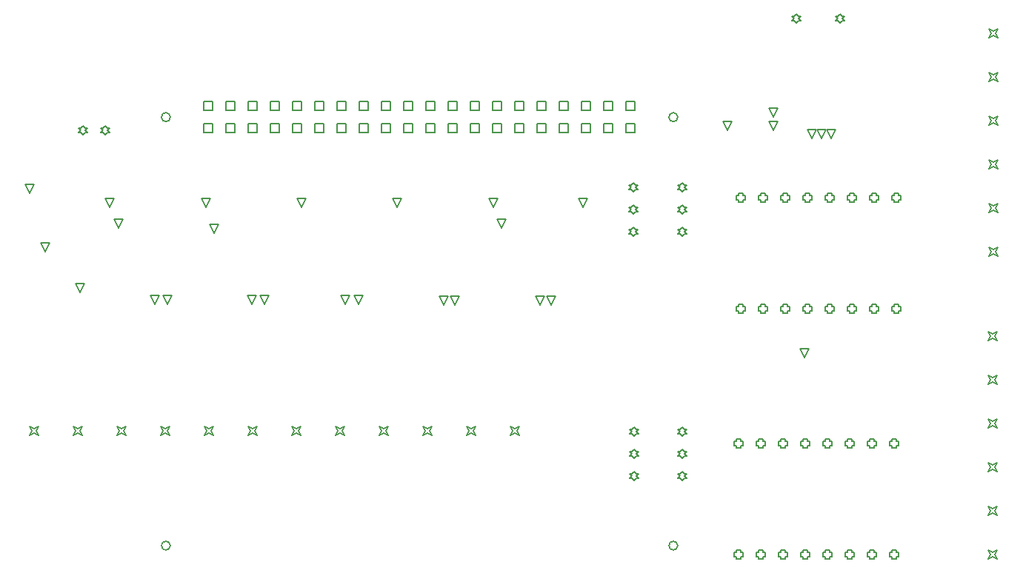
<source format=gbr>
G04*
G04 #@! TF.GenerationSoftware,Altium Limited,Altium Designer,24.0.1 (36)*
G04*
G04 Layer_Color=2752767*
%FSLAX25Y25*%
%MOIN*%
G70*
G04*
G04 #@! TF.SameCoordinates,EAEA65AB-E80B-4046-BB69-B77F90F57262*
G04*
G04*
G04 #@! TF.FilePolarity,Positive*
G04*
G01*
G75*
%ADD65C,0.00500*%
%ADD66C,0.00667*%
D65*
X47244Y206661D02*
X48244Y207661D01*
X49244D01*
X48244Y208661D01*
X49244Y209661D01*
X48244D01*
X47244Y210661D01*
X46244Y209661D01*
X45244D01*
X46244Y208661D01*
X45244Y207661D01*
X46244D01*
X47244Y206661D01*
X57244D02*
X58244Y207661D01*
X59244D01*
X58244Y208661D01*
X59244Y209661D01*
X58244D01*
X57244Y210661D01*
X56244Y209661D01*
X55244D01*
X56244Y208661D01*
X55244Y207661D01*
X56244D01*
X57244Y206661D01*
X454693Y114142D02*
X455693Y116142D01*
X454693Y118142D01*
X456693Y117142D01*
X458693Y118142D01*
X457693Y116142D01*
X458693Y114142D01*
X456693Y115142D01*
X454693Y114142D01*
Y94457D02*
X455693Y96457D01*
X454693Y98457D01*
X456693Y97457D01*
X458693Y98457D01*
X457693Y96457D01*
X458693Y94457D01*
X456693Y95457D01*
X454693Y94457D01*
Y74772D02*
X455693Y76772D01*
X454693Y78772D01*
X456693Y77772D01*
X458693Y78772D01*
X457693Y76772D01*
X458693Y74772D01*
X456693Y75772D01*
X454693Y74772D01*
Y55087D02*
X455693Y57087D01*
X454693Y59087D01*
X456693Y58087D01*
X458693Y59087D01*
X457693Y57087D01*
X458693Y55087D01*
X456693Y56087D01*
X454693Y55087D01*
Y35402D02*
X455693Y37402D01*
X454693Y39402D01*
X456693Y38402D01*
X458693Y39402D01*
X457693Y37402D01*
X458693Y35402D01*
X456693Y36402D01*
X454693Y35402D01*
Y15717D02*
X455693Y17717D01*
X454693Y19716D01*
X456693Y18717D01*
X458693Y19716D01*
X457693Y17717D01*
X458693Y15717D01*
X456693Y16716D01*
X454693Y15717D01*
X455087Y151937D02*
X456087Y153937D01*
X455087Y155937D01*
X457087Y154937D01*
X459087Y155937D01*
X458087Y153937D01*
X459087Y151937D01*
X457087Y152937D01*
X455087Y151937D01*
Y171622D02*
X456087Y173622D01*
X455087Y175622D01*
X457087Y174622D01*
X459087Y175622D01*
X458087Y173622D01*
X459087Y171622D01*
X457087Y172622D01*
X455087Y171622D01*
Y191307D02*
X456087Y193307D01*
X455087Y195307D01*
X457087Y194307D01*
X459087Y195307D01*
X458087Y193307D01*
X459087Y191307D01*
X457087Y192307D01*
X455087Y191307D01*
Y210992D02*
X456087Y212992D01*
X455087Y214992D01*
X457087Y213992D01*
X459087Y214992D01*
X458087Y212992D01*
X459087Y210992D01*
X457087Y211992D01*
X455087Y210992D01*
Y230677D02*
X456087Y232677D01*
X455087Y234677D01*
X457087Y233677D01*
X459087Y234677D01*
X458087Y232677D01*
X459087Y230677D01*
X457087Y231677D01*
X455087Y230677D01*
Y250362D02*
X456087Y252362D01*
X455087Y254362D01*
X457087Y253362D01*
X459087Y254362D01*
X458087Y252362D01*
X459087Y250362D01*
X457087Y251362D01*
X455087Y250362D01*
X341205Y16716D02*
Y15717D01*
X343205D01*
Y16716D01*
X344205D01*
Y18717D01*
X343205D01*
Y19716D01*
X341205D01*
Y18717D01*
X340205D01*
Y16716D01*
X341205D01*
X351205D02*
Y15717D01*
X353205D01*
Y16716D01*
X354205D01*
Y18717D01*
X353205D01*
Y19716D01*
X351205D01*
Y18717D01*
X350205D01*
Y16716D01*
X351205D01*
X361205D02*
Y15717D01*
X363205D01*
Y16716D01*
X364205D01*
Y18717D01*
X363205D01*
Y19716D01*
X361205D01*
Y18717D01*
X360205D01*
Y16716D01*
X361205D01*
X371205D02*
Y15717D01*
X373205D01*
Y16716D01*
X374205D01*
Y18717D01*
X373205D01*
Y19716D01*
X371205D01*
Y18717D01*
X370205D01*
Y16716D01*
X371205D01*
X381205D02*
Y15717D01*
X383205D01*
Y16716D01*
X384205D01*
Y18717D01*
X383205D01*
Y19716D01*
X381205D01*
Y18717D01*
X380205D01*
Y16716D01*
X381205D01*
X391205D02*
Y15717D01*
X393205D01*
Y16716D01*
X394205D01*
Y18717D01*
X393205D01*
Y19716D01*
X391205D01*
Y18717D01*
X390205D01*
Y16716D01*
X391205D01*
X401205D02*
Y15717D01*
X403205D01*
Y16716D01*
X404205D01*
Y18717D01*
X403205D01*
Y19716D01*
X401205D01*
Y18717D01*
X400205D01*
Y16716D01*
X401205D01*
X411205D02*
Y15717D01*
X413205D01*
Y16716D01*
X414205D01*
Y18717D01*
X413205D01*
Y19716D01*
X411205D01*
Y18717D01*
X410205D01*
Y16716D01*
X411205D01*
X341205Y66716D02*
Y65716D01*
X343205D01*
Y66716D01*
X344205D01*
Y68717D01*
X343205D01*
Y69717D01*
X341205D01*
Y68717D01*
X340205D01*
Y66716D01*
X341205D01*
X351205D02*
Y65716D01*
X353205D01*
Y66716D01*
X354205D01*
Y68717D01*
X353205D01*
Y69717D01*
X351205D01*
Y68717D01*
X350205D01*
Y66716D01*
X351205D01*
X361205D02*
Y65716D01*
X363205D01*
Y66716D01*
X364205D01*
Y68717D01*
X363205D01*
Y69717D01*
X361205D01*
Y68717D01*
X360205D01*
Y66716D01*
X361205D01*
X371205D02*
Y65716D01*
X373205D01*
Y66716D01*
X374205D01*
Y68717D01*
X373205D01*
Y69717D01*
X371205D01*
Y68717D01*
X370205D01*
Y66716D01*
X371205D01*
X381205D02*
Y65716D01*
X383205D01*
Y66716D01*
X384205D01*
Y68717D01*
X383205D01*
Y69717D01*
X381205D01*
Y68717D01*
X380205D01*
Y66716D01*
X381205D01*
X391205D02*
Y65716D01*
X393205D01*
Y66716D01*
X394205D01*
Y68717D01*
X393205D01*
Y69717D01*
X391205D01*
Y68717D01*
X390205D01*
Y66716D01*
X391205D01*
X401205D02*
Y65716D01*
X403205D01*
Y66716D01*
X404205D01*
Y68717D01*
X403205D01*
Y69717D01*
X401205D01*
Y68717D01*
X400205D01*
Y66716D01*
X401205D01*
X411205D02*
Y65716D01*
X413205D01*
Y66716D01*
X414205D01*
Y68717D01*
X413205D01*
Y69717D01*
X411205D01*
Y68717D01*
X410205D01*
Y66716D01*
X411205D01*
X412228Y177347D02*
Y176347D01*
X414228D01*
Y177347D01*
X415228D01*
Y179347D01*
X414228D01*
Y180347D01*
X412228D01*
Y179347D01*
X411228D01*
Y177347D01*
X412228D01*
X402228D02*
Y176347D01*
X404228D01*
Y177347D01*
X405228D01*
Y179347D01*
X404228D01*
Y180347D01*
X402228D01*
Y179347D01*
X401228D01*
Y177347D01*
X402228D01*
X392228D02*
Y176347D01*
X394228D01*
Y177347D01*
X395228D01*
Y179347D01*
X394228D01*
Y180347D01*
X392228D01*
Y179347D01*
X391228D01*
Y177347D01*
X392228D01*
X382228D02*
Y176347D01*
X384228D01*
Y177347D01*
X385228D01*
Y179347D01*
X384228D01*
Y180347D01*
X382228D01*
Y179347D01*
X381228D01*
Y177347D01*
X382228D01*
X372228D02*
Y176347D01*
X374228D01*
Y177347D01*
X375228D01*
Y179347D01*
X374228D01*
Y180347D01*
X372228D01*
Y179347D01*
X371228D01*
Y177347D01*
X372228D01*
X362228D02*
Y176347D01*
X364228D01*
Y177347D01*
X365228D01*
Y179347D01*
X364228D01*
Y180347D01*
X362228D01*
Y179347D01*
X361228D01*
Y177347D01*
X362228D01*
X352228D02*
Y176347D01*
X354228D01*
Y177347D01*
X355228D01*
Y179347D01*
X354228D01*
Y180347D01*
X352228D01*
Y179347D01*
X351228D01*
Y177347D01*
X352228D01*
X342228D02*
Y176347D01*
X344228D01*
Y177347D01*
X345228D01*
Y179347D01*
X344228D01*
Y180347D01*
X342228D01*
Y179347D01*
X341228D01*
Y177347D01*
X342228D01*
X412228Y127347D02*
Y126347D01*
X414228D01*
Y127347D01*
X415228D01*
Y129347D01*
X414228D01*
Y130347D01*
X412228D01*
Y129347D01*
X411228D01*
Y127347D01*
X412228D01*
X402228D02*
Y126347D01*
X404228D01*
Y127347D01*
X405228D01*
Y129347D01*
X404228D01*
Y130347D01*
X402228D01*
Y129347D01*
X401228D01*
Y127347D01*
X402228D01*
X392228D02*
Y126347D01*
X394228D01*
Y127347D01*
X395228D01*
Y129347D01*
X394228D01*
Y130347D01*
X392228D01*
Y129347D01*
X391228D01*
Y127347D01*
X392228D01*
X382228D02*
Y126347D01*
X384228D01*
Y127347D01*
X385228D01*
Y129347D01*
X384228D01*
Y130347D01*
X382228D01*
Y129347D01*
X381228D01*
Y127347D01*
X382228D01*
X372228D02*
Y126347D01*
X374228D01*
Y127347D01*
X375228D01*
Y129347D01*
X374228D01*
Y130347D01*
X372228D01*
Y129347D01*
X371228D01*
Y127347D01*
X372228D01*
X362228D02*
Y126347D01*
X364228D01*
Y127347D01*
X365228D01*
Y129347D01*
X364228D01*
Y130347D01*
X362228D01*
Y129347D01*
X361228D01*
Y127347D01*
X362228D01*
X352228D02*
Y126347D01*
X354228D01*
Y127347D01*
X355228D01*
Y129347D01*
X354228D01*
Y130347D01*
X352228D01*
Y129347D01*
X351228D01*
Y127347D01*
X352228D01*
X342228D02*
Y126347D01*
X344228D01*
Y127347D01*
X345228D01*
Y129347D01*
X344228D01*
Y130347D01*
X342228D01*
Y129347D01*
X341228D01*
Y127347D01*
X342228D01*
X23197Y71228D02*
X24197Y73228D01*
X23197Y75228D01*
X25197Y74228D01*
X27197Y75228D01*
X26197Y73228D01*
X27197Y71228D01*
X25197Y72228D01*
X23197Y71228D01*
X42882D02*
X43882Y73228D01*
X42882Y75228D01*
X44882Y74228D01*
X46882Y75228D01*
X45882Y73228D01*
X46882Y71228D01*
X44882Y72228D01*
X42882Y71228D01*
X62567D02*
X63567Y73228D01*
X62567Y75228D01*
X64567Y74228D01*
X66567Y75228D01*
X65567Y73228D01*
X66567Y71228D01*
X64567Y72228D01*
X62567Y71228D01*
X82252D02*
X83252Y73228D01*
X82252Y75228D01*
X84252Y74228D01*
X86252Y75228D01*
X85252Y73228D01*
X86252Y71228D01*
X84252Y72228D01*
X82252Y71228D01*
X101937D02*
X102937Y73228D01*
X101937Y75228D01*
X103937Y74228D01*
X105937Y75228D01*
X104937Y73228D01*
X105937Y71228D01*
X103937Y72228D01*
X101937Y71228D01*
X121622D02*
X122622Y73228D01*
X121622Y75228D01*
X123622Y74228D01*
X125622Y75228D01*
X124622Y73228D01*
X125622Y71228D01*
X123622Y72228D01*
X121622Y71228D01*
X141307D02*
X142307Y73228D01*
X141307Y75228D01*
X143307Y74228D01*
X145307Y75228D01*
X144307Y73228D01*
X145307Y71228D01*
X143307Y72228D01*
X141307Y71228D01*
X160992D02*
X161992Y73228D01*
X160992Y75228D01*
X162992Y74228D01*
X164992Y75228D01*
X163992Y73228D01*
X164992Y71228D01*
X162992Y72228D01*
X160992Y71228D01*
X180677D02*
X181677Y73228D01*
X180677Y75228D01*
X182677Y74228D01*
X184677Y75228D01*
X183677Y73228D01*
X184677Y71228D01*
X182677Y72228D01*
X180677Y71228D01*
X200362D02*
X201362Y73228D01*
X200362Y75228D01*
X202362Y74228D01*
X204362Y75228D01*
X203362Y73228D01*
X204362Y71228D01*
X202362Y72228D01*
X200362Y71228D01*
X220047D02*
X221047Y73228D01*
X220047Y75228D01*
X222047Y74228D01*
X224047Y75228D01*
X223047Y73228D01*
X224047Y71228D01*
X222047Y72228D01*
X220047Y71228D01*
X239732D02*
X240732Y73228D01*
X239732Y75228D01*
X241732Y74228D01*
X243732Y75228D01*
X242732Y73228D01*
X243732Y71228D01*
X241732Y72228D01*
X239732Y71228D01*
X294881Y160992D02*
X295881Y161992D01*
X296881D01*
X295881Y162992D01*
X296881Y163992D01*
X295881D01*
X294881Y164992D01*
X293881Y163992D01*
X292881D01*
X293881Y162992D01*
X292881Y161992D01*
X293881D01*
X294881Y160992D01*
Y170992D02*
X295881Y171992D01*
X296881D01*
X295881Y172992D01*
X296881Y173992D01*
X295881D01*
X294881Y174992D01*
X293881Y173992D01*
X292881D01*
X293881Y172992D01*
X292881Y171992D01*
X293881D01*
X294881Y170992D01*
Y180992D02*
X295881Y181992D01*
X296881D01*
X295881Y182992D01*
X296881Y183992D01*
X295881D01*
X294881Y184992D01*
X293881Y183992D01*
X292881D01*
X293881Y182992D01*
X292881Y181992D01*
X293881D01*
X294881Y180992D01*
X316928Y160992D02*
X317928Y161992D01*
X318928D01*
X317928Y162992D01*
X318928Y163992D01*
X317928D01*
X316928Y164992D01*
X315928Y163992D01*
X314928D01*
X315928Y162992D01*
X314928Y161992D01*
X315928D01*
X316928Y160992D01*
Y170992D02*
X317928Y171992D01*
X318928D01*
X317928Y172992D01*
X318928Y173992D01*
X317928D01*
X316928Y174992D01*
X315928Y173992D01*
X314928D01*
X315928Y172992D01*
X314928Y171992D01*
X315928D01*
X316928Y170992D01*
Y180992D02*
X317928Y181992D01*
X318928D01*
X317928Y182992D01*
X318928Y183992D01*
X317928D01*
X316928Y184992D01*
X315928Y183992D01*
X314928D01*
X315928Y182992D01*
X314928Y181992D01*
X315928D01*
X316928Y180992D01*
X316929Y50835D02*
X317929Y51835D01*
X318929D01*
X317929Y52835D01*
X318929Y53835D01*
X317929D01*
X316929Y54835D01*
X315929Y53835D01*
X314929D01*
X315929Y52835D01*
X314929Y51835D01*
X315929D01*
X316929Y50835D01*
Y60835D02*
X317929Y61835D01*
X318929D01*
X317929Y62835D01*
X318929Y63835D01*
X317929D01*
X316929Y64835D01*
X315929Y63835D01*
X314929D01*
X315929Y62835D01*
X314929Y61835D01*
X315929D01*
X316929Y60835D01*
Y70835D02*
X317929Y71835D01*
X318929D01*
X317929Y72835D01*
X318929Y73835D01*
X317929D01*
X316929Y74835D01*
X315929Y73835D01*
X314929D01*
X315929Y72835D01*
X314929Y71835D01*
X315929D01*
X316929Y70835D01*
X295276Y50835D02*
X296276Y51835D01*
X297276D01*
X296276Y52835D01*
X297276Y53835D01*
X296276D01*
X295276Y54835D01*
X294276Y53835D01*
X293276D01*
X294276Y52835D01*
X293276Y51835D01*
X294276D01*
X295276Y50835D01*
Y60835D02*
X296276Y61835D01*
X297276D01*
X296276Y62835D01*
X297276Y63835D01*
X296276D01*
X295276Y64835D01*
X294276Y63835D01*
X293276D01*
X294276Y62835D01*
X293276Y61835D01*
X294276D01*
X295276Y60835D01*
Y70835D02*
X296276Y71835D01*
X297276D01*
X296276Y72835D01*
X297276Y73835D01*
X296276D01*
X295276Y74835D01*
X294276Y73835D01*
X293276D01*
X294276Y72835D01*
X293276Y71835D01*
X294276D01*
X295276Y70835D01*
X291839Y217547D02*
Y221547D01*
X295839D01*
Y217547D01*
X291839D01*
X281839D02*
Y221547D01*
X285839D01*
Y217547D01*
X281839D01*
X271839D02*
Y221547D01*
X275839D01*
Y217547D01*
X271839D01*
X261839D02*
Y221547D01*
X265839D01*
Y217547D01*
X261839D01*
X251839D02*
Y221547D01*
X255839D01*
Y217547D01*
X251839D01*
X241839D02*
Y221547D01*
X245839D01*
Y217547D01*
X241839D01*
X231839D02*
Y221547D01*
X235839D01*
Y217547D01*
X231839D01*
X221839D02*
Y221547D01*
X225839D01*
Y217547D01*
X221839D01*
X211839D02*
Y221547D01*
X215839D01*
Y217547D01*
X211839D01*
X201839D02*
Y221547D01*
X205839D01*
Y217547D01*
X201839D01*
X191839D02*
Y221547D01*
X195839D01*
Y217547D01*
X191839D01*
X181839D02*
Y221547D01*
X185839D01*
Y217547D01*
X181839D01*
X171839D02*
Y221547D01*
X175839D01*
Y217547D01*
X171839D01*
X161839D02*
Y221547D01*
X165839D01*
Y217547D01*
X161839D01*
X151839D02*
Y221547D01*
X155839D01*
Y217547D01*
X151839D01*
X141839D02*
Y221547D01*
X145839D01*
Y217547D01*
X141839D01*
X131839D02*
Y221547D01*
X135839D01*
Y217547D01*
X131839D01*
X121839D02*
Y221547D01*
X125839D01*
Y217547D01*
X121839D01*
X111839D02*
Y221547D01*
X115839D01*
Y217547D01*
X111839D01*
X101839D02*
Y221547D01*
X105839D01*
Y217547D01*
X101839D01*
X291839Y207547D02*
Y211547D01*
X295839D01*
Y207547D01*
X291839D01*
X281839D02*
Y211547D01*
X285839D01*
Y207547D01*
X281839D01*
X271839D02*
Y211547D01*
X275839D01*
Y207547D01*
X271839D01*
X261839D02*
Y211547D01*
X265839D01*
Y207547D01*
X261839D01*
X251839D02*
Y211547D01*
X255839D01*
Y207547D01*
X251839D01*
X241839D02*
Y211547D01*
X245839D01*
Y207547D01*
X241839D01*
X231839D02*
Y211547D01*
X235839D01*
Y207547D01*
X231839D01*
X221839D02*
Y211547D01*
X225839D01*
Y207547D01*
X221839D01*
X211839D02*
Y211547D01*
X215839D01*
Y207547D01*
X211839D01*
X201839D02*
Y211547D01*
X205839D01*
Y207547D01*
X201839D01*
X191839D02*
Y211547D01*
X195839D01*
Y207547D01*
X191839D01*
X181839D02*
Y211547D01*
X185839D01*
Y207547D01*
X181839D01*
X171839D02*
Y211547D01*
X175839D01*
Y207547D01*
X171839D01*
X161839D02*
Y211547D01*
X165839D01*
Y207547D01*
X161839D01*
X151839D02*
Y211547D01*
X155839D01*
Y207547D01*
X151839D01*
X141839D02*
Y211547D01*
X145839D01*
Y207547D01*
X141839D01*
X131839D02*
Y211547D01*
X135839D01*
Y207547D01*
X131839D01*
X121839D02*
Y211547D01*
X125839D01*
Y207547D01*
X121839D01*
X111839D02*
Y211547D01*
X115839D01*
Y207547D01*
X111839D01*
X101839D02*
Y211547D01*
X105839D01*
Y207547D01*
X101839D01*
X368460Y257042D02*
X369460Y258042D01*
X370460D01*
X369460Y259042D01*
X370460Y260042D01*
X369460D01*
X368460Y261042D01*
X367460Y260042D01*
X366460D01*
X367460Y259042D01*
X366460Y258042D01*
X367460D01*
X368460Y257042D01*
X388145D02*
X389145Y258042D01*
X390145D01*
X389145Y259042D01*
X390145Y260042D01*
X389145D01*
X388145Y261042D01*
X387145Y260042D01*
X386145D01*
X387145Y259042D01*
X386145Y258042D01*
X387145D01*
X388145Y257042D01*
X337402Y208630D02*
X335402Y212630D01*
X339402D01*
X337402Y208630D01*
X372047Y106268D02*
X370047Y110268D01*
X374047D01*
X372047Y106268D01*
X379528Y205087D02*
X377528Y209087D01*
X381528D01*
X379528Y205087D01*
X375197D02*
X373197Y209087D01*
X377197D01*
X375197Y205087D01*
X383858D02*
X381858Y209087D01*
X385858D01*
X383858Y205087D01*
X357874Y208630D02*
X355874Y212630D01*
X359874D01*
X357874Y208630D01*
Y214535D02*
X355874Y218535D01*
X359874D01*
X357874Y214535D01*
X272441Y173984D02*
X270441Y177984D01*
X274441D01*
X272441Y173984D01*
X209842Y129890D02*
X207842Y133890D01*
X211842D01*
X209842Y129890D01*
X253150D02*
X251150Y133890D01*
X255150D01*
X253150Y129890D01*
X23228Y180283D02*
X21228Y184283D01*
X25228D01*
X23228Y180283D01*
X123228Y130283D02*
X121228Y134283D01*
X125228D01*
X123228Y130283D01*
X85433D02*
X83433Y134283D01*
X87433D01*
X85433Y130283D01*
X79528D02*
X77528Y134283D01*
X81528D01*
X79528Y130283D01*
X257874Y129890D02*
X255874Y133890D01*
X259874D01*
X257874Y129890D01*
X214567D02*
X212567Y133890D01*
X216567D01*
X214567Y129890D01*
X171260Y130283D02*
X169260Y134283D01*
X173260D01*
X171260Y130283D01*
X165354D02*
X163354Y134283D01*
X167354D01*
X165354Y130283D01*
X129134D02*
X127134Y134283D01*
X131134D01*
X129134Y130283D01*
X235827Y164535D02*
X233827Y168535D01*
X237827D01*
X235827Y164535D01*
X106299Y162173D02*
X104299Y166173D01*
X108299D01*
X106299Y162173D01*
X63386Y164535D02*
X61386Y168535D01*
X65386D01*
X63386Y164535D01*
X30315Y153905D02*
X28315Y157905D01*
X32315D01*
X30315Y153905D01*
X231890Y173984D02*
X229890Y177984D01*
X233890D01*
X231890Y173984D01*
X188583D02*
X186583Y177984D01*
X190583D01*
X188583Y173984D01*
X145669D02*
X143669Y177984D01*
X147669D01*
X145669Y173984D01*
X102756D02*
X100756Y177984D01*
X104756D01*
X102756Y173984D01*
X59255D02*
X57255Y177984D01*
X61255D01*
X59255Y173984D01*
X46063Y135795D02*
X44063Y139795D01*
X48063D01*
X46063Y135795D01*
D66*
X314992Y21654D02*
G03*
X314992Y21654I-2000J0D01*
G01*
Y214567D02*
G03*
X314992Y214567I-2000J0D01*
G01*
X86646D02*
G03*
X86646Y214567I-2000J0D01*
G01*
Y21654D02*
G03*
X86646Y21654I-2000J0D01*
G01*
M02*

</source>
